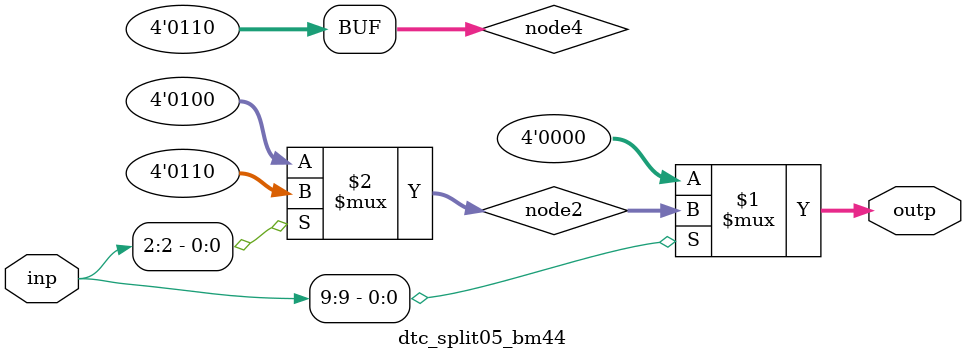
<source format=v>
module dtc_split05_bm44 (
	input  wire [10-1:0] inp,
	output wire [4-1:0] outp
);

	wire [4-1:0] node2;
	wire [4-1:0] node4;

	assign outp = (inp[9]) ? node2 : 4'b0000;
		assign node2 = (inp[2]) ? node4 : 4'b0100;
			assign node4 = (inp[6]) ? 4'b0110 : 4'b0110;

endmodule
</source>
